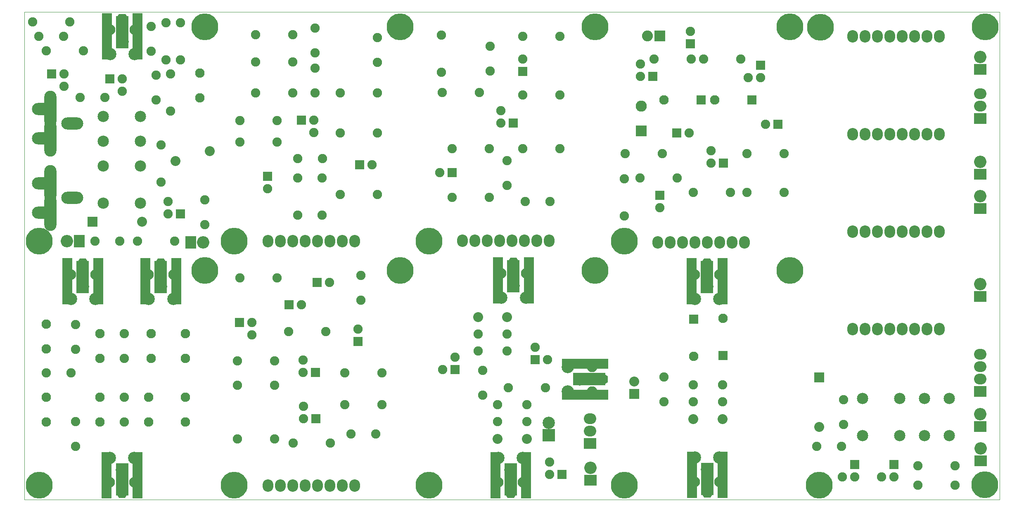
<source format=gts>
G75*
G71*
%MOMM*%
%OFA0B0*%
%FSLAX53Y53*%
%IPPOS*%
%LPD*%
%ADD10R,2.23520X2.54000*%
%ADD11R,1.93040X1.93040*%
%ADD13R,2.23520X2.23520*%
%ADD14C,2.50698*%
%ADD16O,2.23520X2.54000*%
%ADD19O,2.23520X2.23520*%
%ADD20R,2.50698X6.60400*%
%ADD22R,2.54000X2.30800*%
%ADD32R,6.60400X2.50698*%
%ADD33C,2.28600*%
%ADD36R,2.54000X2.23520*%
%ADD37R,2.03200X9.50722*%
%ADD39C,1.90500*%
%ADD45R,2.30800X2.54000*%
%ADD51R,2.03200X2.03200*%
%ADD54C,1.93040*%
%ADD56C,0.15000*%
%ADD57O,2.54000X2.23520*%
%ADD59C,2.10820*%
%ADD60R,9.50722X2.03200*%
%ADD62C,2.03200*%
%ADD63C,2.30632*%
%ADD64C,5.50926*%
%ADD67R,2.28600X2.28600*%
%ADD72R,2.50698X2.50698*%
%ADD74O,2.54000X2.54000*%
%ADD81R,1.90500X1.90500*%
%ADD82O,4.50850X2.50698*%
%ADD83O,2.50698X7.50824*%
X0000000Y0000000D02*
G01*
D56*
D64*
X0037003Y0047000D03*
X0003000Y0003000D03*
D54*
X0033001Y0028960D03*
X0033001Y0034040D03*
X0026001Y0028960D03*
X0026001Y0034040D03*
X0015501Y0034040D03*
X0015501Y0028960D03*
X0004501Y0030960D03*
X0004501Y0036040D03*
X0004501Y0015960D03*
X0004501Y0021040D03*
X0015501Y0021039D03*
X0015501Y0015959D03*
X0025501Y0015959D03*
X0025501Y0021039D03*
X0033002Y0015959D03*
X0033002Y0021039D03*
D39*
X0020501Y0028960D03*
X0020501Y0034040D03*
X0010501Y0035940D03*
X0010501Y0030860D03*
X0010500Y0016040D03*
X0010500Y0010960D03*
X0004461Y0026000D03*
X0009541Y0026000D03*
X0020500Y0021039D03*
X0020500Y0015959D03*
D37*
X0023196Y0005001D03*
D56*
G36*
X0018778Y0001362D02*
X0021284Y0001362D01*
X0020685Y0000354D01*
X0019377Y0000354D01*
X0018778Y0001362D01*
X0018778Y0001362D01*
G37*
D37*
X0016871Y0005001D03*
D20*
X0020031Y0004160D03*
D14*
X0019980Y0006101D03*
D59*
X0017481Y0003601D03*
X0022482Y0003601D03*
D14*
X0022482Y0008600D03*
X0017481Y0008600D03*
D37*
X0008806Y0044799D03*
D56*
G36*
X0013224Y0048438D02*
X0010718Y0048438D01*
X0011317Y0049446D01*
X0012625Y0049446D01*
X0013224Y0048438D01*
X0013224Y0048438D01*
G37*
D37*
X0015131Y0044799D03*
D20*
X0011971Y0045640D03*
D14*
X0012022Y0043699D03*
D59*
X0014521Y0046199D03*
X0009520Y0046199D03*
D14*
X0009520Y0041200D03*
X0014521Y0041200D03*
D37*
X0024806Y0044799D03*
D56*
G36*
X0029224Y0048438D02*
X0026718Y0048438D01*
X0027317Y0049446D01*
X0028625Y0049446D01*
X0029224Y0048438D01*
X0029224Y0048438D01*
G37*
D37*
X0031131Y0044799D03*
D20*
X0027971Y0045640D03*
D14*
X0028022Y0043699D03*
D59*
X0030521Y0046199D03*
X0025520Y0046199D03*
D14*
X0025520Y0041200D03*
X0030521Y0041200D03*
X0040000Y0000000D02*
G01*
D56*
D64*
X0077003Y0047000D03*
X0043000Y0003000D03*
D39*
X0043690Y0028499D03*
X0051310Y0028499D03*
X0043690Y0012500D03*
X0051310Y0012500D03*
X0055091Y0011600D03*
X0062711Y0011600D03*
X0065692Y0026000D03*
X0073312Y0026000D03*
X0065692Y0019500D03*
X0073312Y0019500D03*
X0043690Y0023500D03*
X0051310Y0023500D03*
X0054191Y0034501D03*
X0061811Y0034501D03*
X0044191Y0045499D03*
X0051811Y0045499D03*
X0069002Y0046040D03*
X0069002Y0040960D03*
X0066962Y0013500D03*
X0072042Y0013500D03*
D81*
X0068401Y0032430D03*
D39*
X0068401Y0034970D03*
D81*
X0054231Y0040000D03*
D39*
X0056771Y0040000D03*
D81*
X0060031Y0044600D03*
D39*
X0062571Y0044600D03*
D10*
X0070261Y0002900D03*
D16*
X0067721Y0002900D03*
X0065181Y0002900D03*
X0062641Y0002900D03*
X0060101Y0002900D03*
X0057561Y0002900D03*
X0055021Y0002900D03*
X0052481Y0002900D03*
X0049941Y0002900D03*
D81*
X0059771Y0016630D03*
D39*
X0057231Y0016630D03*
X0057231Y0019170D03*
D81*
X0059671Y0026130D03*
D39*
X0057131Y0026130D03*
X0057131Y0028670D03*
D81*
X0044131Y0036370D03*
D39*
X0046671Y0036370D03*
X0046671Y0033830D03*
X0080000Y0000000D02*
G01*
D56*
D22*
X0116101Y0004030D03*
D74*
X0116101Y0006570D03*
D64*
X0117003Y0047000D03*
X0083000Y0003000D03*
D62*
X0099002Y0037501D03*
X0093002Y0037501D03*
D39*
X0099002Y0034001D03*
X0093002Y0034001D03*
X0099002Y0030501D03*
X0093002Y0030501D03*
D62*
X0097000Y0012500D03*
X0103000Y0012500D03*
D39*
X0097000Y0016000D03*
X0103000Y0016000D03*
X0097000Y0019500D03*
X0103000Y0019500D03*
X0104732Y0031270D03*
D81*
X0104732Y0028730D03*
D39*
X0107272Y0028730D03*
X0106812Y0023000D03*
X0099192Y0023000D03*
D72*
X0107500Y0013231D03*
D14*
X0107500Y0015771D03*
D39*
X0094000Y0021461D03*
X0094000Y0026541D03*
D81*
X0110272Y0005230D03*
D39*
X0107732Y0005230D03*
X0107732Y0007770D03*
X0085730Y0026731D03*
D81*
X0088270Y0026731D03*
D39*
X0088270Y0029271D03*
D60*
X0115001Y0027895D03*
D56*
G36*
X0118640Y0023476D02*
X0118640Y0025983D01*
X0119648Y0025384D01*
X0119648Y0024076D01*
X0118640Y0023476D01*
X0118640Y0023476D01*
G37*
D60*
X0115001Y0021570D03*
D32*
X0115842Y0024730D03*
D14*
X0113901Y0024679D03*
D59*
X0116401Y0022180D03*
X0116401Y0027181D03*
D14*
X0111402Y0027181D03*
X0111402Y0022180D03*
D37*
X0097107Y0044999D03*
D56*
G36*
X0101525Y0048637D02*
X0099018Y0048637D01*
X0099618Y0049646D01*
X0100926Y0049646D01*
X0101525Y0048637D01*
X0101525Y0048637D01*
G37*
D37*
X0103431Y0044999D03*
D20*
X0100272Y0045840D03*
D14*
X0100322Y0043899D03*
D59*
X0102822Y0046398D03*
X0097821Y0046398D03*
D14*
X0097821Y0041400D03*
X0102822Y0041400D03*
D37*
X0102895Y0005002D03*
D56*
G36*
X0098477Y0001363D02*
X0100984Y0001363D01*
X0100385Y0000355D01*
X0099077Y0000355D01*
X0098477Y0001363D01*
X0098477Y0001363D01*
G37*
D37*
X0096571Y0005002D03*
D20*
X0099731Y0004161D03*
D14*
X0099680Y0006101D03*
D59*
X0097180Y0003602D03*
X0102182Y0003602D03*
D14*
X0102182Y0008601D03*
X0097180Y0008601D03*
D36*
X0116001Y0011560D03*
D57*
X0116001Y0014100D03*
X0116001Y0016640D03*
X0120000Y0000000D02*
G01*
D56*
D64*
X0157003Y0047000D03*
X0123000Y0003000D03*
D51*
X0125032Y0021689D03*
D62*
X0125032Y0024229D03*
D11*
X0143210Y0029561D03*
D54*
X0143210Y0037181D03*
D11*
X0137201Y0037021D03*
D54*
X0137201Y0029401D03*
D39*
X0131120Y0020099D03*
X0131120Y0025179D03*
D62*
X0137170Y0016569D03*
X0143170Y0016569D03*
D39*
X0137170Y0020069D03*
X0143170Y0020069D03*
X0137170Y0023569D03*
X0143170Y0023569D03*
D37*
X0143196Y0005101D03*
D56*
G36*
X0138778Y0001462D02*
X0141284Y0001462D01*
X0140685Y0000454D01*
X0139377Y0000454D01*
X0138778Y0001462D01*
X0138778Y0001462D01*
G37*
D37*
X0136871Y0005101D03*
D20*
X0140031Y0004260D03*
D14*
X0139980Y0006201D03*
D59*
X0137481Y0003701D03*
X0142482Y0003701D03*
D14*
X0142482Y0008700D03*
X0137481Y0008700D03*
D37*
X0136806Y0044799D03*
D56*
G36*
X0141224Y0048438D02*
X0138718Y0048438D01*
X0139317Y0049446D01*
X0140625Y0049446D01*
X0141224Y0048438D01*
X0141224Y0048438D01*
G37*
D37*
X0143131Y0044799D03*
D20*
X0139971Y0045640D03*
D14*
X0140022Y0043699D03*
D59*
X0142521Y0046199D03*
X0137520Y0046199D03*
D14*
X0137520Y0041200D03*
X0142521Y0041200D03*
X0000000Y0050000D02*
G01*
D56*
D45*
X0011270Y0053000D03*
D74*
X0008730Y0053000D03*
D45*
X0034112Y0052810D03*
D74*
X0036652Y0052810D03*
D64*
X0037003Y0097000D03*
X0003000Y0053000D03*
D62*
X0038001Y0071501D03*
X0031001Y0069500D03*
D39*
X0030000Y0079690D03*
X0030000Y0087310D03*
X0028001Y0072809D03*
X0028001Y0065189D03*
X0012111Y0092100D03*
X0004491Y0092100D03*
X0029002Y0090191D03*
X0029002Y0097811D03*
X0032001Y0090191D03*
X0032001Y0097811D03*
X0001692Y0098001D03*
X0009312Y0098001D03*
X0030810Y0053000D03*
X0023190Y0053000D03*
D54*
X0036002Y0082459D03*
X0036002Y0087539D03*
D63*
X0016190Y0078636D03*
X0016190Y0073556D03*
X0016190Y0068476D03*
X0023810Y0078636D03*
X0023810Y0073556D03*
X0023810Y0068476D03*
X0016190Y0060856D03*
X0023810Y0060856D03*
D51*
X0013922Y0057001D03*
D62*
X0024082Y0057001D03*
D39*
X0027000Y0081961D03*
X0027000Y0087041D03*
X0016540Y0082500D03*
X0011460Y0082500D03*
X0026002Y0091961D03*
X0026002Y0097041D03*
X0002962Y0094999D03*
X0008042Y0094999D03*
X0019540Y0053000D03*
X0014460Y0053000D03*
X0037000Y0061539D03*
X0037000Y0056459D03*
D83*
X0005311Y0080132D03*
X0005311Y0074128D03*
D82*
X0009812Y0077130D03*
X0003812Y0074130D03*
X0003812Y0080130D03*
D83*
X0005311Y0064892D03*
X0005311Y0058888D03*
D82*
X0009812Y0061890D03*
X0003812Y0058890D03*
X0003812Y0064890D03*
D37*
X0016906Y0094999D03*
D56*
G36*
X0021324Y0098638D02*
X0018818Y0098638D01*
X0019417Y0099646D01*
X0020725Y0099646D01*
X0021324Y0098638D01*
X0021324Y0098638D01*
G37*
D37*
X0023231Y0094999D03*
D20*
X0020071Y0095840D03*
D14*
X0020122Y0093899D03*
D59*
X0022621Y0096399D03*
X0017620Y0096399D03*
D14*
X0017620Y0091400D03*
X0022621Y0091400D03*
D81*
X0031981Y0058588D03*
D39*
X0029441Y0058588D03*
X0029441Y0061128D03*
D81*
X0017503Y0086274D03*
D39*
X0020043Y0086274D03*
X0020043Y0083734D03*
D81*
X0005565Y0087290D03*
D39*
X0008105Y0087290D03*
X0008105Y0084750D03*
X0040000Y0050000D02*
G01*
D56*
D64*
X0077003Y0097000D03*
X0043000Y0053000D03*
D39*
X0055011Y0083401D03*
X0047391Y0083401D03*
X0051811Y0077801D03*
X0044191Y0077801D03*
X0064790Y0062601D03*
X0072410Y0062601D03*
X0072408Y0075200D03*
X0064788Y0075200D03*
X0055011Y0095400D03*
X0047391Y0095400D03*
X0055011Y0089800D03*
X0047391Y0089800D03*
X0051811Y0073399D03*
X0044191Y0073399D03*
X0072410Y0083401D03*
X0064790Y0083401D03*
X0056002Y0066010D03*
X0056002Y0058390D03*
X0061001Y0066010D03*
X0061001Y0058390D03*
X0059599Y0096741D03*
X0059599Y0091661D03*
X0059601Y0088542D03*
X0059601Y0083462D03*
X0072400Y0094740D03*
X0072400Y0089660D03*
X0056060Y0070000D03*
X0061140Y0070000D03*
D10*
X0070261Y0053000D03*
D16*
X0067721Y0053000D03*
X0065181Y0053000D03*
X0062641Y0053000D03*
X0060101Y0053000D03*
X0057561Y0053000D03*
X0055021Y0053000D03*
X0052481Y0053000D03*
X0049941Y0053000D03*
D81*
X0068731Y0068700D03*
D39*
X0071271Y0068700D03*
D81*
X0049901Y0066370D03*
D39*
X0049901Y0063830D03*
D81*
X0056831Y0077870D03*
D39*
X0059371Y0077870D03*
X0059371Y0075330D03*
X0080000Y0050000D02*
G01*
D56*
D64*
X0117003Y0097000D03*
X0083000Y0053000D03*
D39*
X0102192Y0071999D03*
X0109812Y0071999D03*
X0102192Y0094999D03*
X0109812Y0094999D03*
X0085502Y0087689D03*
X0085502Y0095309D03*
X0085692Y0083498D03*
X0093312Y0083498D03*
X0087691Y0071999D03*
X0095311Y0071999D03*
X0087691Y0061999D03*
X0095311Y0061999D03*
X0102192Y0083000D03*
X0109812Y0083000D03*
X0095501Y0087958D03*
X0095501Y0093038D03*
X0099002Y0064460D03*
X0099002Y0069540D03*
X0102662Y0061199D03*
X0107742Y0061199D03*
D10*
X0110161Y0053100D03*
D16*
X0107621Y0053100D03*
X0105081Y0053100D03*
X0102541Y0053100D03*
X0100001Y0053100D03*
X0097461Y0053100D03*
X0094921Y0053100D03*
X0092381Y0053100D03*
X0089841Y0053100D03*
D81*
X0087671Y0067100D03*
D39*
X0085131Y0067100D03*
D81*
X0102201Y0087830D03*
D39*
X0102201Y0090370D03*
D81*
X0100271Y0077230D03*
D39*
X0097731Y0077230D03*
X0097731Y0079770D03*
X0120000Y0050000D02*
G01*
D56*
D64*
X0157003Y0097000D03*
X0123000Y0053000D03*
D39*
X0126190Y0066000D03*
X0133810Y0066000D03*
X0129121Y0090338D03*
X0136741Y0090338D03*
X0139281Y0090338D03*
X0146901Y0090338D03*
X0137191Y0063000D03*
X0144811Y0063000D03*
X0123190Y0071001D03*
X0130810Y0071001D03*
X0123002Y0058189D03*
X0123002Y0065809D03*
X0148191Y0063000D03*
X0155811Y0063000D03*
X0155811Y0071001D03*
X0148191Y0071001D03*
D11*
X0149187Y0081956D03*
D54*
X0141567Y0081956D03*
D11*
X0138773Y0081956D03*
D54*
X0131153Y0081956D03*
D10*
X0150161Y0052800D03*
D16*
X0147621Y0052800D03*
X0145081Y0052800D03*
X0142541Y0052800D03*
X0140001Y0052800D03*
X0137461Y0052800D03*
X0134921Y0052800D03*
X0132381Y0052800D03*
X0129841Y0052800D03*
D13*
X0130271Y0095100D03*
D19*
X0127731Y0095100D03*
D81*
X0130301Y0062470D03*
D39*
X0130301Y0059930D03*
D81*
X0133731Y0075200D03*
D39*
X0136271Y0075200D03*
D81*
X0154471Y0077000D03*
D39*
X0151931Y0077000D03*
D67*
X0126501Y0075660D03*
D33*
X0126501Y0080740D03*
D81*
X0136601Y0093530D03*
D39*
X0136601Y0096070D03*
D81*
X0150965Y0089068D03*
D39*
X0150965Y0086528D03*
X0148425Y0086528D03*
D81*
X0128867Y0086782D03*
D39*
X0126327Y0086782D03*
X0126327Y0089322D03*
D81*
X0143345Y0069002D03*
D39*
X0140805Y0069002D03*
X0140805Y0071542D03*
X0160000Y0000000D02*
G01*
D56*
D22*
X0196000Y0088230D03*
D74*
X0196000Y0090770D03*
D22*
X0196000Y0066730D03*
D74*
X0196000Y0069270D03*
D22*
X0196000Y0059730D03*
D74*
X0196000Y0062270D03*
D22*
X0196000Y0041730D03*
D74*
X0196000Y0044270D03*
D22*
X0196000Y0015030D03*
D74*
X0196000Y0017570D03*
D22*
X0196100Y0008030D03*
D74*
X0196100Y0010570D03*
D64*
X0163200Y0096900D03*
X0196900Y0003100D03*
X0197000Y0097000D03*
X0163000Y0003000D03*
D39*
X0168000Y0020540D03*
X0168000Y0015460D03*
X0162460Y0011000D03*
X0167540Y0011000D03*
D51*
X0163000Y0025080D03*
D62*
X0163000Y0014920D03*
D10*
X0190160Y0035000D03*
D16*
X0187620Y0035000D03*
X0185080Y0035000D03*
X0182540Y0035000D03*
X0180000Y0035000D03*
X0177460Y0035000D03*
X0174920Y0035000D03*
X0172380Y0035000D03*
X0169840Y0035000D03*
D10*
X0190160Y0055000D03*
D16*
X0187620Y0055000D03*
X0185080Y0055000D03*
X0182540Y0055000D03*
X0180000Y0055000D03*
X0177460Y0055000D03*
X0174920Y0055000D03*
X0172380Y0055000D03*
X0169840Y0055000D03*
D36*
X0196000Y0022190D03*
D57*
X0196000Y0024730D03*
X0196000Y0027270D03*
X0196000Y0029810D03*
D10*
X0190160Y0075000D03*
D16*
X0187620Y0075000D03*
X0185080Y0075000D03*
X0182540Y0075000D03*
X0180000Y0075000D03*
X0177460Y0075000D03*
X0174920Y0075000D03*
X0172380Y0075000D03*
X0169840Y0075000D03*
D10*
X0190160Y0095000D03*
D16*
X0187620Y0095000D03*
X0185080Y0095000D03*
X0182540Y0095000D03*
X0180000Y0095000D03*
X0177460Y0095000D03*
X0174920Y0095000D03*
X0172380Y0095000D03*
X0169840Y0095000D03*
D81*
X0178270Y0007270D03*
D39*
X0178270Y0004730D03*
X0175730Y0004730D03*
D81*
X0170270Y0007270D03*
D39*
X0170270Y0004730D03*
X0167730Y0004730D03*
X0183190Y0003000D03*
X0190810Y0003000D03*
X0183190Y0007000D03*
X0190810Y0007000D03*
D63*
X0189636Y0020810D03*
X0184556Y0020810D03*
X0179476Y0020810D03*
X0189636Y0013190D03*
X0184556Y0013190D03*
X0179476Y0013190D03*
X0171856Y0020810D03*
X0171856Y0013190D03*
D36*
X0196000Y0078160D03*
D57*
X0196000Y0080700D03*
X0196000Y0083240D03*
%ADD10C,0.00100*%
D10*
X0000000Y0000000D02*
X0000000Y0100000D01*
X0200000Y0100000D01*
X0200000Y0000000D01*
X0000000Y0000000D01*
M02*

</source>
